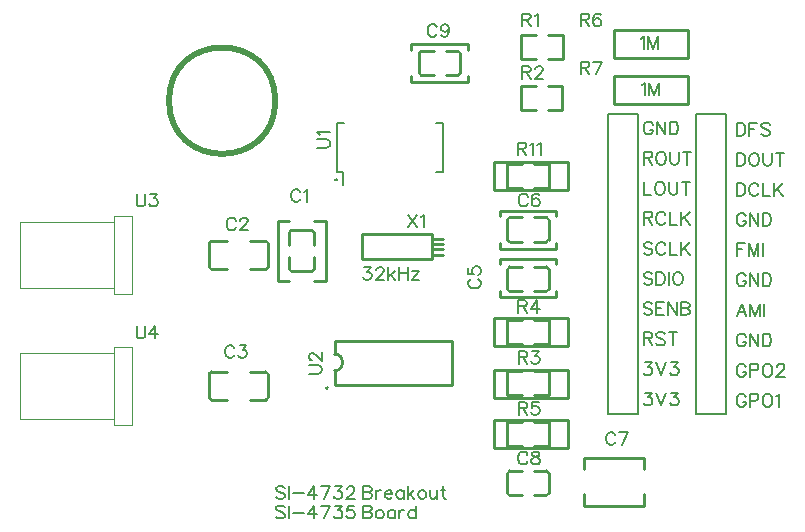
<source format=gto>
G04 Layer: TopSilkLayer*
G04 EasyEDA v6.4.5, 2020-09-10T22:57:59+08:00*
G04 36a55f9fcc144517bb6f4fc5ac697fe8,26442c311dbe4305b3cc573dcfb82818,10*
G04 Gerber Generator version 0.2*
G04 Scale: 100 percent, Rotated: No, Reflected: No *
G04 Dimensions in millimeters *
G04 leading zeros omitted , absolute positions ,3 integer and 3 decimal *
%FSLAX33Y33*%
%MOMM*%
G90*
G71D02*

%ADD10C,0.254000*%
%ADD12C,0.499999*%
%ADD28C,0.203200*%
%ADD29C,0.202999*%
%ADD30C,0.099060*%
%ADD31C,0.149987*%
%ADD32C,0.152400*%

%LPD*%
G54D10*
G01X35043Y30857D02*
G01X36294Y30857D01*
G01X35043Y32896D02*
G01X36294Y32896D01*
G01X34044Y30857D02*
G01X32793Y30857D01*
G01X34044Y32896D02*
G01X32793Y32896D01*
G01X36294Y30857D02*
G01X36294Y32896D01*
G01X32793Y30857D02*
G01X32793Y32896D01*
G01X26440Y26958D02*
G01X26440Y24858D01*
G01X26440Y26958D02*
G01X20440Y26958D01*
G01X26440Y24858D02*
G01X20440Y24858D01*
G01X20440Y26958D02*
G01X20440Y24858D01*
G01X26440Y26534D02*
G01X27321Y26534D01*
G01X26440Y26134D02*
G01X27371Y26134D01*
G01X26440Y25678D02*
G01X27369Y25678D01*
G01X26440Y25175D02*
G01X27353Y25175D01*
G01X31647Y33076D02*
G01X37948Y33076D01*
G01X37948Y33076D02*
G01X37948Y30677D01*
G01X37948Y30677D02*
G01X31647Y30677D01*
G01X31647Y30677D02*
G01X31647Y33076D01*
G01X36214Y41789D02*
G01X37465Y41789D01*
G01X36214Y43829D02*
G01X37465Y43829D01*
G01X35214Y41789D02*
G01X33964Y41789D01*
G01X35214Y43829D02*
G01X33964Y43829D01*
G01X37465Y41789D02*
G01X37465Y43829D01*
G01X33964Y41789D02*
G01X33964Y43829D01*
G01X36186Y37461D02*
G01X37437Y37461D01*
G01X36186Y39500D02*
G01X37437Y39500D01*
G01X35187Y37461D02*
G01X33936Y37461D01*
G01X35187Y39500D02*
G01X33936Y39500D01*
G01X37437Y37461D02*
G01X37437Y39500D01*
G01X33936Y37461D02*
G01X33936Y39500D01*
G01X34044Y19688D02*
G01X32793Y19688D01*
G01X34044Y17649D02*
G01X32793Y17649D01*
G01X35043Y19688D02*
G01X36294Y19688D01*
G01X35043Y17649D02*
G01X36294Y17649D01*
G01X32793Y19688D02*
G01X32793Y17649D01*
G01X36294Y19688D02*
G01X36294Y17649D01*
G01X34044Y15370D02*
G01X32793Y15370D01*
G01X34044Y13331D02*
G01X32793Y13331D01*
G01X35043Y15370D02*
G01X36294Y15370D01*
G01X35043Y13331D02*
G01X36294Y13331D01*
G01X32793Y15370D02*
G01X32793Y13331D01*
G01X36294Y15370D02*
G01X36294Y13331D01*
G01X34044Y11052D02*
G01X32793Y11052D01*
G01X34044Y9013D02*
G01X32793Y9013D01*
G01X35043Y11052D02*
G01X36294Y11052D01*
G01X35043Y9013D02*
G01X36294Y9013D01*
G01X32793Y11052D02*
G01X32793Y9013D01*
G01X36294Y11052D02*
G01X36294Y9013D01*
G01X13335Y22987D02*
G01X13335Y28067D01*
G01X17399Y22987D02*
G01X17399Y28067D01*
G01X13335Y22987D02*
G01X14335Y22987D01*
G01X16398Y22987D02*
G01X17399Y22987D01*
G01X13335Y28067D02*
G01X14335Y28067D01*
G01X16398Y28067D02*
G01X17399Y28067D01*
G01X36294Y6642D02*
G01X36294Y5042D01*
G01X32793Y6642D02*
G01X32793Y5041D01*
G01X35043Y4801D02*
G01X36093Y4801D01*
G01X35043Y6882D02*
G01X36093Y6882D01*
G01X34044Y4801D02*
G01X32994Y4801D01*
G01X34044Y6882D02*
G01X32994Y6882D01*
G01X32793Y6661D02*
G01X32793Y6642D01*
G01X32793Y6681D02*
G01X32793Y6642D01*
G01X32793Y5002D02*
G01X32793Y5041D01*
G01X36294Y6681D02*
G01X36294Y6642D01*
G01X36294Y5002D02*
G01X36294Y5042D01*
G01X25300Y40601D02*
G01X25300Y42201D01*
G01X28801Y40601D02*
G01X28801Y42202D01*
G01X26551Y42442D02*
G01X25501Y42442D01*
G01X26551Y40361D02*
G01X25501Y40361D01*
G01X27550Y42442D02*
G01X28600Y42442D01*
G01X27550Y40361D02*
G01X28600Y40361D01*
G01X28801Y40582D02*
G01X28801Y40601D01*
G01X28801Y40562D02*
G01X28801Y40601D01*
G01X28801Y42241D02*
G01X28801Y42202D01*
G01X25300Y40562D02*
G01X25300Y40601D01*
G01X25300Y42241D02*
G01X25300Y42201D01*
G01X7532Y24146D02*
G01X7532Y26145D01*
G01X11032Y23946D02*
G01X12232Y23946D01*
G01X11032Y26345D02*
G01X12232Y26345D01*
G01X9032Y23946D02*
G01X7833Y23946D01*
G01X9032Y26345D02*
G01X7833Y26345D01*
G01X12532Y24146D02*
G01X12532Y26145D01*
G01X12332Y23946D02*
G01X12232Y23946D01*
G01X12332Y26345D02*
G01X12232Y26345D01*
G01X7732Y23946D02*
G01X7833Y23946D01*
G01X7732Y26345D02*
G01X7833Y26345D01*
G01X7532Y13097D02*
G01X7532Y15096D01*
G01X11032Y12897D02*
G01X12232Y12897D01*
G01X11032Y15296D02*
G01X12232Y15296D01*
G01X9032Y12897D02*
G01X7833Y12897D01*
G01X9032Y15296D02*
G01X7833Y15296D01*
G01X12532Y13097D02*
G01X12532Y15096D01*
G01X12332Y12897D02*
G01X12232Y12897D01*
G01X12332Y15296D02*
G01X12232Y15296D01*
G01X7732Y12897D02*
G01X7833Y12897D01*
G01X7732Y15296D02*
G01X7833Y15296D01*
G54D28*
G01X41275Y13589D02*
G01X41275Y11684D01*
G01X43815Y11684D01*
G01X43815Y37084D01*
G01X41275Y37084D01*
G54D29*
G01X41275Y37084D02*
G01X41275Y13589D01*
G54D28*
G01X48768Y13589D02*
G01X48768Y11684D01*
G01X51308Y11684D01*
G01X51308Y37084D01*
G01X48768Y37084D01*
G54D29*
G01X48768Y37084D02*
G01X48768Y13589D01*
G54D10*
G01X28064Y14152D02*
G01X28064Y17852D01*
G01X28064Y17852D02*
G01X18163Y17852D01*
G01X18163Y16764D01*
G01X18161Y15367D02*
G01X18161Y14152D01*
G01X18163Y14152D01*
G01X28064Y14152D01*
G54D30*
G01X-8498Y22346D02*
G01X-497Y22346D01*
G01X-497Y21846D02*
G01X1000Y21846D01*
G01X-8498Y27945D02*
G01X-497Y27945D01*
G01X-497Y28445D02*
G01X1000Y28445D01*
G01X1000Y21846D02*
G01X1000Y28445D01*
G01X-8498Y22346D02*
G01X-8498Y27945D01*
G01X-497Y21846D02*
G01X-497Y28445D01*
G01X-8498Y11297D02*
G01X-497Y11297D01*
G01X-497Y10797D02*
G01X1000Y10797D01*
G01X-8498Y16896D02*
G01X-497Y16896D01*
G01X-497Y17396D02*
G01X1000Y17396D01*
G01X1000Y10797D02*
G01X1000Y17396D01*
G01X-8498Y11297D02*
G01X-8498Y16896D01*
G01X-497Y10797D02*
G01X-497Y17396D01*
G54D10*
G01X39243Y8001D02*
G01X44323Y8001D01*
G01X39243Y3937D02*
G01X44323Y3937D01*
G01X39243Y8001D02*
G01X39243Y7000D01*
G01X39243Y4937D02*
G01X39243Y3937D01*
G01X44323Y8001D02*
G01X44323Y7000D01*
G01X44323Y4937D02*
G01X44323Y3937D01*
G01X16167Y23776D02*
G01X14567Y23776D01*
G01X16167Y27277D02*
G01X14566Y27277D01*
G01X14326Y25027D02*
G01X14326Y23977D01*
G01X16407Y25027D02*
G01X16407Y23977D01*
G01X14326Y26026D02*
G01X14326Y27076D01*
G01X16407Y26026D02*
G01X16407Y27076D01*
G01X16186Y27277D02*
G01X16167Y27277D01*
G01X16206Y27277D02*
G01X16167Y27277D01*
G01X14527Y27277D02*
G01X14566Y27277D01*
G01X16206Y23776D02*
G01X16167Y23776D01*
G01X14527Y23776D02*
G01X14567Y23776D01*
G01X32793Y22313D02*
G01X32793Y23913D01*
G01X36294Y22313D02*
G01X36294Y23914D01*
G01X34044Y24154D02*
G01X32994Y24154D01*
G01X34044Y22073D02*
G01X32994Y22073D01*
G01X35043Y24154D02*
G01X36093Y24154D01*
G01X35043Y22073D02*
G01X36093Y22073D01*
G01X36294Y22294D02*
G01X36294Y22313D01*
G01X36294Y22274D02*
G01X36294Y22313D01*
G01X36294Y23953D02*
G01X36294Y23914D01*
G01X32793Y22274D02*
G01X32793Y22313D01*
G01X32793Y23953D02*
G01X32793Y23913D01*
G01X32793Y26504D02*
G01X32793Y28104D01*
G01X36294Y26504D02*
G01X36294Y28105D01*
G01X34044Y28345D02*
G01X32994Y28345D01*
G01X34044Y26264D02*
G01X32994Y26264D01*
G01X35043Y28345D02*
G01X36093Y28345D01*
G01X35043Y26264D02*
G01X36093Y26264D01*
G01X36294Y26485D02*
G01X36294Y26504D01*
G01X36294Y26465D02*
G01X36294Y26504D01*
G01X36294Y28144D02*
G01X36294Y28105D01*
G01X32793Y26465D02*
G01X32793Y26504D01*
G01X32793Y28144D02*
G01X32793Y28104D01*
G54D31*
G01X18943Y36366D02*
G01X18384Y36366D01*
G01X18384Y32215D01*
G01X18859Y32215D01*
G01X18859Y31090D01*
G01X26776Y32215D02*
G01X27335Y32215D01*
G01X27335Y36366D01*
G01X26776Y36366D01*
G54D10*
G01X32144Y28905D02*
G01X36943Y28905D01*
G01X36943Y25704D02*
G01X32144Y25704D01*
G01X32144Y25704D02*
G01X32144Y26182D01*
G01X32144Y28427D02*
G01X32144Y28905D01*
G01X36943Y28905D02*
G01X36943Y28427D01*
G01X36943Y26182D02*
G01X36943Y25704D01*
G01X32144Y24841D02*
G01X36943Y24841D01*
G01X36943Y21640D02*
G01X32144Y21640D01*
G01X32144Y21640D02*
G01X32144Y22118D01*
G01X32144Y24363D02*
G01X32144Y24841D01*
G01X36943Y24841D02*
G01X36943Y24363D01*
G01X36943Y22118D02*
G01X36943Y21640D01*
G01X29450Y39801D02*
G01X24651Y39801D01*
G01X24651Y43002D02*
G01X29450Y43002D01*
G01X29450Y43002D02*
G01X29450Y42524D01*
G01X29450Y40279D02*
G01X29450Y39801D01*
G01X24651Y39801D02*
G01X24651Y40279D01*
G01X24651Y42524D02*
G01X24651Y43002D01*
G01X41807Y44252D02*
G01X48108Y44252D01*
G01X48108Y44252D02*
G01X48108Y41853D01*
G01X48108Y41853D02*
G01X41807Y41853D01*
G01X41807Y41853D02*
G01X41807Y44252D01*
G01X41807Y40315D02*
G01X48108Y40315D01*
G01X48108Y40315D02*
G01X48108Y37916D01*
G01X48108Y37916D02*
G01X41807Y37916D01*
G01X41807Y37916D02*
G01X41807Y40315D01*
G01X37948Y17469D02*
G01X31647Y17469D01*
G01X31647Y17469D02*
G01X31647Y19868D01*
G01X31647Y19868D02*
G01X37948Y19868D01*
G01X37948Y19868D02*
G01X37948Y17469D01*
G01X37948Y13024D02*
G01X31647Y13024D01*
G01X31647Y13024D02*
G01X31647Y15423D01*
G01X31647Y15423D02*
G01X37948Y15423D01*
G01X37948Y15423D02*
G01X37948Y13024D01*
G01X37948Y8833D02*
G01X31647Y8833D01*
G01X31647Y8833D02*
G01X31647Y11232D01*
G01X31647Y11232D02*
G01X37948Y11232D01*
G01X37948Y11232D02*
G01X37948Y8833D01*
G54D32*
G01X44069Y43489D02*
G01X44173Y43543D01*
G01X44328Y43698D01*
G01X44328Y42608D01*
G01X44670Y43698D02*
G01X44670Y42608D01*
G01X44670Y43698D02*
G01X45087Y42608D01*
G01X45504Y43698D02*
G01X45087Y42608D01*
G01X45504Y43698D02*
G01X45504Y42608D01*
G01X44196Y39552D02*
G01X44300Y39606D01*
G01X44455Y39761D01*
G01X44455Y38671D01*
G01X44797Y39761D02*
G01X44797Y38671D01*
G01X44797Y39761D02*
G01X45214Y38671D01*
G01X45631Y39761D02*
G01X45214Y38671D01*
G01X45631Y39761D02*
G01X45631Y38671D01*
G01X52196Y36350D02*
G01X52196Y35261D01*
G01X52196Y36350D02*
G01X52560Y36350D01*
G01X52717Y36300D01*
G01X52819Y36196D01*
G01X52872Y36091D01*
G01X52923Y35934D01*
G01X52923Y35675D01*
G01X52872Y35520D01*
G01X52819Y35416D01*
G01X52717Y35312D01*
G01X52560Y35261D01*
G01X52196Y35261D01*
G01X53266Y36350D02*
G01X53266Y35261D01*
G01X53266Y36350D02*
G01X53941Y36350D01*
G01X53266Y35832D02*
G01X53682Y35832D01*
G01X55013Y36196D02*
G01X54909Y36300D01*
G01X54752Y36350D01*
G01X54546Y36350D01*
G01X54388Y36300D01*
G01X54284Y36196D01*
G01X54284Y36091D01*
G01X54338Y35987D01*
G01X54388Y35934D01*
G01X54493Y35883D01*
G01X54805Y35779D01*
G01X54909Y35728D01*
G01X54960Y35675D01*
G01X55013Y35571D01*
G01X55013Y35416D01*
G01X54909Y35312D01*
G01X54752Y35261D01*
G01X54546Y35261D01*
G01X54388Y35312D01*
G01X54284Y35416D01*
G01X52196Y33801D02*
G01X52196Y32711D01*
G01X52196Y33801D02*
G01X52560Y33801D01*
G01X52717Y33750D01*
G01X52819Y33646D01*
G01X52872Y33542D01*
G01X52923Y33385D01*
G01X52923Y33125D01*
G01X52872Y32971D01*
G01X52819Y32866D01*
G01X52717Y32762D01*
G01X52560Y32711D01*
G01X52196Y32711D01*
G01X53578Y33801D02*
G01X53474Y33750D01*
G01X53370Y33646D01*
G01X53319Y33542D01*
G01X53266Y33385D01*
G01X53266Y33125D01*
G01X53319Y32971D01*
G01X53370Y32866D01*
G01X53474Y32762D01*
G01X53578Y32711D01*
G01X53787Y32711D01*
G01X53891Y32762D01*
G01X53995Y32866D01*
G01X54046Y32971D01*
G01X54099Y33125D01*
G01X54099Y33385D01*
G01X54046Y33542D01*
G01X53995Y33646D01*
G01X53891Y33750D01*
G01X53787Y33801D01*
G01X53578Y33801D01*
G01X54442Y33801D02*
G01X54442Y33021D01*
G01X54493Y32866D01*
G01X54597Y32762D01*
G01X54752Y32711D01*
G01X54856Y32711D01*
G01X55013Y32762D01*
G01X55117Y32866D01*
G01X55168Y33021D01*
G01X55168Y33801D01*
G01X55874Y33801D02*
G01X55874Y32711D01*
G01X55511Y33801D02*
G01X56238Y33801D01*
G01X52197Y31252D02*
G01X52197Y30162D01*
G01X52197Y31252D02*
G01X52560Y31252D01*
G01X52717Y31201D01*
G01X52819Y31097D01*
G01X52872Y30993D01*
G01X52923Y30835D01*
G01X52923Y30576D01*
G01X52872Y30421D01*
G01X52819Y30317D01*
G01X52717Y30213D01*
G01X52560Y30162D01*
G01X52197Y30162D01*
G01X54046Y30993D02*
G01X53995Y31097D01*
G01X53891Y31201D01*
G01X53787Y31252D01*
G01X53578Y31252D01*
G01X53474Y31201D01*
G01X53370Y31097D01*
G01X53319Y30993D01*
G01X53266Y30835D01*
G01X53266Y30576D01*
G01X53319Y30421D01*
G01X53370Y30317D01*
G01X53474Y30213D01*
G01X53578Y30162D01*
G01X53787Y30162D01*
G01X53891Y30213D01*
G01X53995Y30317D01*
G01X54046Y30421D01*
G01X54389Y31252D02*
G01X54389Y30162D01*
G01X54389Y30162D02*
G01X55013Y30162D01*
G01X55356Y31252D02*
G01X55356Y30162D01*
G01X56083Y31252D02*
G01X55356Y30525D01*
G01X55615Y30784D02*
G01X56083Y30162D01*
G01X52976Y28443D02*
G01X52923Y28547D01*
G01X52819Y28651D01*
G01X52717Y28702D01*
G01X52509Y28702D01*
G01X52405Y28651D01*
G01X52301Y28547D01*
G01X52247Y28443D01*
G01X52197Y28286D01*
G01X52197Y28027D01*
G01X52247Y27872D01*
G01X52301Y27768D01*
G01X52405Y27663D01*
G01X52509Y27613D01*
G01X52717Y27613D01*
G01X52819Y27663D01*
G01X52923Y27768D01*
G01X52976Y27872D01*
G01X52976Y28027D01*
G01X52717Y28027D02*
G01X52976Y28027D01*
G01X53319Y28702D02*
G01X53319Y27613D01*
G01X53319Y28702D02*
G01X54046Y27613D01*
G01X54046Y28702D02*
G01X54046Y27613D01*
G01X54389Y28702D02*
G01X54389Y27613D01*
G01X54389Y28702D02*
G01X54752Y28702D01*
G01X54909Y28651D01*
G01X55013Y28547D01*
G01X55064Y28443D01*
G01X55118Y28286D01*
G01X55118Y28027D01*
G01X55064Y27872D01*
G01X55013Y27768D01*
G01X54909Y27663D01*
G01X54752Y27613D01*
G01X54389Y27613D01*
G01X52197Y26153D02*
G01X52197Y25063D01*
G01X52197Y26153D02*
G01X52872Y26153D01*
G01X52197Y25635D02*
G01X52613Y25635D01*
G01X53215Y26153D02*
G01X53215Y25063D01*
G01X53215Y26153D02*
G01X53632Y25063D01*
G01X54046Y26153D02*
G01X53632Y25063D01*
G01X54046Y26153D02*
G01X54046Y25063D01*
G01X54389Y26153D02*
G01X54389Y25063D01*
G01X52976Y23344D02*
G01X52923Y23449D01*
G01X52819Y23553D01*
G01X52717Y23603D01*
G01X52509Y23603D01*
G01X52405Y23553D01*
G01X52301Y23449D01*
G01X52247Y23344D01*
G01X52197Y23187D01*
G01X52197Y22928D01*
G01X52247Y22773D01*
G01X52301Y22669D01*
G01X52405Y22565D01*
G01X52509Y22514D01*
G01X52717Y22514D01*
G01X52819Y22565D01*
G01X52923Y22669D01*
G01X52976Y22773D01*
G01X52976Y22928D01*
G01X52717Y22928D02*
G01X52976Y22928D01*
G01X53319Y23603D02*
G01X53319Y22514D01*
G01X53319Y23603D02*
G01X54046Y22514D01*
G01X54046Y23603D02*
G01X54046Y22514D01*
G01X54389Y23603D02*
G01X54389Y22514D01*
G01X54389Y23603D02*
G01X54752Y23603D01*
G01X54909Y23553D01*
G01X55013Y23449D01*
G01X55064Y23344D01*
G01X55118Y23187D01*
G01X55118Y22928D01*
G01X55064Y22773D01*
G01X55013Y22669D01*
G01X54909Y22565D01*
G01X54752Y22514D01*
G01X54389Y22514D01*
G01X52613Y21054D02*
G01X52197Y19964D01*
G01X52613Y21054D02*
G01X53027Y19964D01*
G01X52351Y20328D02*
G01X52872Y20328D01*
G01X53370Y21054D02*
G01X53370Y19964D01*
G01X53370Y21054D02*
G01X53787Y19964D01*
G01X54203Y21054D02*
G01X53787Y19964D01*
G01X54203Y21054D02*
G01X54203Y19964D01*
G01X54546Y21054D02*
G01X54546Y19964D01*
G01X52976Y18246D02*
G01X52923Y18350D01*
G01X52819Y18454D01*
G01X52717Y18505D01*
G01X52509Y18505D01*
G01X52405Y18454D01*
G01X52301Y18350D01*
G01X52247Y18246D01*
G01X52197Y18088D01*
G01X52197Y17829D01*
G01X52247Y17674D01*
G01X52301Y17570D01*
G01X52405Y17466D01*
G01X52509Y17415D01*
G01X52717Y17415D01*
G01X52819Y17466D01*
G01X52923Y17570D01*
G01X52976Y17674D01*
G01X52976Y17829D01*
G01X52717Y17829D02*
G01X52976Y17829D01*
G01X53319Y18505D02*
G01X53319Y17415D01*
G01X53319Y18505D02*
G01X54046Y17415D01*
G01X54046Y18505D02*
G01X54046Y17415D01*
G01X54389Y18505D02*
G01X54389Y17415D01*
G01X54389Y18505D02*
G01X54752Y18505D01*
G01X54909Y18454D01*
G01X55013Y18350D01*
G01X55064Y18246D01*
G01X55118Y18088D01*
G01X55118Y17829D01*
G01X55064Y17674D01*
G01X55013Y17570D01*
G01X54909Y17466D01*
G01X54752Y17415D01*
G01X54389Y17415D01*
G01X52976Y15696D02*
G01X52923Y15800D01*
G01X52819Y15904D01*
G01X52717Y15955D01*
G01X52509Y15955D01*
G01X52405Y15904D01*
G01X52301Y15800D01*
G01X52247Y15696D01*
G01X52196Y15539D01*
G01X52196Y15280D01*
G01X52247Y15125D01*
G01X52301Y15021D01*
G01X52405Y14916D01*
G01X52509Y14866D01*
G01X52717Y14866D01*
G01X52819Y14916D01*
G01X52923Y15021D01*
G01X52976Y15125D01*
G01X52976Y15280D01*
G01X52717Y15280D02*
G01X52976Y15280D01*
G01X53319Y15955D02*
G01X53319Y14866D01*
G01X53319Y15955D02*
G01X53787Y15955D01*
G01X53941Y15904D01*
G01X53995Y15851D01*
G01X54046Y15747D01*
G01X54046Y15592D01*
G01X53995Y15488D01*
G01X53941Y15437D01*
G01X53787Y15384D01*
G01X53319Y15384D01*
G01X54701Y15955D02*
G01X54597Y15904D01*
G01X54493Y15800D01*
G01X54442Y15696D01*
G01X54388Y15539D01*
G01X54388Y15280D01*
G01X54442Y15125D01*
G01X54493Y15021D01*
G01X54597Y14916D01*
G01X54701Y14866D01*
G01X54909Y14866D01*
G01X55013Y14916D01*
G01X55117Y15021D01*
G01X55168Y15125D01*
G01X55219Y15280D01*
G01X55219Y15539D01*
G01X55168Y15696D01*
G01X55117Y15800D01*
G01X55013Y15904D01*
G01X54909Y15955D01*
G01X54701Y15955D01*
G01X55615Y15696D02*
G01X55615Y15747D01*
G01X55666Y15851D01*
G01X55719Y15904D01*
G01X55824Y15955D01*
G01X56032Y15955D01*
G01X56133Y15904D01*
G01X56187Y15851D01*
G01X56238Y15747D01*
G01X56238Y15643D01*
G01X56187Y15539D01*
G01X56083Y15384D01*
G01X55562Y14866D01*
G01X56291Y14866D01*
G01X52976Y13147D02*
G01X52923Y13251D01*
G01X52819Y13355D01*
G01X52717Y13406D01*
G01X52509Y13406D01*
G01X52405Y13355D01*
G01X52301Y13251D01*
G01X52247Y13147D01*
G01X52197Y12989D01*
G01X52197Y12730D01*
G01X52247Y12575D01*
G01X52301Y12471D01*
G01X52405Y12367D01*
G01X52509Y12316D01*
G01X52717Y12316D01*
G01X52819Y12367D01*
G01X52923Y12471D01*
G01X52976Y12575D01*
G01X52976Y12730D01*
G01X52717Y12730D02*
G01X52976Y12730D01*
G01X53319Y13406D02*
G01X53319Y12316D01*
G01X53319Y13406D02*
G01X53787Y13406D01*
G01X53941Y13355D01*
G01X53995Y13302D01*
G01X54046Y13198D01*
G01X54046Y13043D01*
G01X53995Y12938D01*
G01X53941Y12888D01*
G01X53787Y12834D01*
G01X53319Y12834D01*
G01X54701Y13406D02*
G01X54597Y13355D01*
G01X54493Y13251D01*
G01X54442Y13147D01*
G01X54389Y12989D01*
G01X54389Y12730D01*
G01X54442Y12575D01*
G01X54493Y12471D01*
G01X54597Y12367D01*
G01X54701Y12316D01*
G01X54909Y12316D01*
G01X55013Y12367D01*
G01X55118Y12471D01*
G01X55168Y12575D01*
G01X55219Y12730D01*
G01X55219Y12989D01*
G01X55168Y13147D01*
G01X55118Y13251D01*
G01X55013Y13355D01*
G01X54909Y13406D01*
G01X54701Y13406D01*
G01X55562Y13198D02*
G01X55666Y13251D01*
G01X55824Y13406D01*
G01X55824Y12316D01*
G01X45102Y36200D02*
G01X45049Y36304D01*
G01X44945Y36408D01*
G01X44843Y36459D01*
G01X44635Y36459D01*
G01X44531Y36408D01*
G01X44427Y36304D01*
G01X44373Y36200D01*
G01X44323Y36042D01*
G01X44323Y35783D01*
G01X44373Y35628D01*
G01X44427Y35524D01*
G01X44531Y35420D01*
G01X44635Y35369D01*
G01X44843Y35369D01*
G01X44945Y35420D01*
G01X45049Y35524D01*
G01X45102Y35628D01*
G01X45102Y35783D01*
G01X44843Y35783D02*
G01X45102Y35783D01*
G01X45445Y36459D02*
G01X45445Y35369D01*
G01X45445Y36459D02*
G01X46172Y35369D01*
G01X46172Y36459D02*
G01X46172Y35369D01*
G01X46515Y36459D02*
G01X46515Y35369D01*
G01X46515Y36459D02*
G01X46878Y36459D01*
G01X47035Y36408D01*
G01X47139Y36304D01*
G01X47190Y36200D01*
G01X47244Y36042D01*
G01X47244Y35783D01*
G01X47190Y35628D01*
G01X47139Y35524D01*
G01X47035Y35420D01*
G01X46878Y35369D01*
G01X46515Y35369D01*
G01X44323Y33909D02*
G01X44323Y32819D01*
G01X44323Y33909D02*
G01X44790Y33909D01*
G01X44945Y33858D01*
G01X44998Y33804D01*
G01X45049Y33703D01*
G01X45049Y33599D01*
G01X44998Y33494D01*
G01X44945Y33441D01*
G01X44790Y33390D01*
G01X44323Y33390D01*
G01X44686Y33390D02*
G01X45049Y32819D01*
G01X45704Y33909D02*
G01X45600Y33858D01*
G01X45496Y33754D01*
G01X45445Y33649D01*
G01X45392Y33494D01*
G01X45392Y33233D01*
G01X45445Y33078D01*
G01X45496Y32974D01*
G01X45600Y32870D01*
G01X45704Y32819D01*
G01X45913Y32819D01*
G01X46017Y32870D01*
G01X46121Y32974D01*
G01X46172Y33078D01*
G01X46225Y33233D01*
G01X46225Y33494D01*
G01X46172Y33649D01*
G01X46121Y33754D01*
G01X46017Y33858D01*
G01X45913Y33909D01*
G01X45704Y33909D01*
G01X46568Y33909D02*
G01X46568Y33131D01*
G01X46619Y32974D01*
G01X46723Y32870D01*
G01X46878Y32819D01*
G01X46982Y32819D01*
G01X47139Y32870D01*
G01X47244Y32974D01*
G01X47294Y33131D01*
G01X47294Y33909D01*
G01X48000Y33909D02*
G01X48000Y32819D01*
G01X47637Y33909D02*
G01X48364Y33909D01*
G01X44323Y31361D02*
G01X44323Y30269D01*
G01X44323Y30269D02*
G01X44945Y30269D01*
G01X45600Y31361D02*
G01X45496Y31308D01*
G01X45392Y31203D01*
G01X45341Y31099D01*
G01X45288Y30944D01*
G01X45288Y30685D01*
G01X45341Y30528D01*
G01X45392Y30424D01*
G01X45496Y30322D01*
G01X45600Y30269D01*
G01X45808Y30269D01*
G01X45913Y30322D01*
G01X46017Y30424D01*
G01X46067Y30528D01*
G01X46121Y30685D01*
G01X46121Y30944D01*
G01X46067Y31099D01*
G01X46017Y31203D01*
G01X45913Y31308D01*
G01X45808Y31361D01*
G01X45600Y31361D01*
G01X46464Y31361D02*
G01X46464Y30581D01*
G01X46515Y30424D01*
G01X46619Y30322D01*
G01X46774Y30269D01*
G01X46878Y30269D01*
G01X47035Y30322D01*
G01X47139Y30424D01*
G01X47190Y30581D01*
G01X47190Y31361D01*
G01X47896Y31361D02*
G01X47896Y30269D01*
G01X47533Y31361D02*
G01X48260Y31361D01*
G01X44323Y28811D02*
G01X44323Y27719D01*
G01X44323Y28811D02*
G01X44790Y28811D01*
G01X44945Y28760D01*
G01X44998Y28707D01*
G01X45049Y28602D01*
G01X45049Y28498D01*
G01X44998Y28394D01*
G01X44945Y28343D01*
G01X44790Y28290D01*
G01X44323Y28290D01*
G01X44686Y28290D02*
G01X45049Y27719D01*
G01X46172Y28552D02*
G01X46121Y28656D01*
G01X46017Y28760D01*
G01X45913Y28811D01*
G01X45704Y28811D01*
G01X45600Y28760D01*
G01X45496Y28656D01*
G01X45445Y28552D01*
G01X45392Y28394D01*
G01X45392Y28135D01*
G01X45445Y27980D01*
G01X45496Y27876D01*
G01X45600Y27772D01*
G01X45704Y27719D01*
G01X45913Y27719D01*
G01X46017Y27772D01*
G01X46121Y27876D01*
G01X46172Y27980D01*
G01X46515Y28811D02*
G01X46515Y27719D01*
G01X46515Y27719D02*
G01X47139Y27719D01*
G01X47482Y28811D02*
G01X47482Y27719D01*
G01X48209Y28811D02*
G01X47482Y28084D01*
G01X47741Y28343D02*
G01X48209Y27719D01*
G01X45049Y26106D02*
G01X44945Y26210D01*
G01X44790Y26261D01*
G01X44582Y26261D01*
G01X44427Y26210D01*
G01X44323Y26106D01*
G01X44323Y26001D01*
G01X44373Y25897D01*
G01X44427Y25847D01*
G01X44531Y25793D01*
G01X44843Y25689D01*
G01X44945Y25638D01*
G01X44998Y25585D01*
G01X45049Y25481D01*
G01X45049Y25326D01*
G01X44945Y25222D01*
G01X44790Y25171D01*
G01X44582Y25171D01*
G01X44427Y25222D01*
G01X44323Y25326D01*
G01X46172Y26001D02*
G01X46121Y26106D01*
G01X46017Y26210D01*
G01X45913Y26261D01*
G01X45704Y26261D01*
G01X45600Y26210D01*
G01X45496Y26106D01*
G01X45445Y26001D01*
G01X45392Y25847D01*
G01X45392Y25585D01*
G01X45445Y25430D01*
G01X45496Y25326D01*
G01X45600Y25222D01*
G01X45704Y25171D01*
G01X45913Y25171D01*
G01X46017Y25222D01*
G01X46121Y25326D01*
G01X46172Y25430D01*
G01X46515Y26261D02*
G01X46515Y25171D01*
G01X46515Y25171D02*
G01X47139Y25171D01*
G01X47482Y26261D02*
G01X47482Y25171D01*
G01X48209Y26261D02*
G01X47482Y25534D01*
G01X47741Y25793D02*
G01X48209Y25171D01*
G01X45049Y23555D02*
G01X44945Y23660D01*
G01X44790Y23713D01*
G01X44582Y23713D01*
G01X44427Y23660D01*
G01X44323Y23555D01*
G01X44323Y23451D01*
G01X44373Y23347D01*
G01X44427Y23296D01*
G01X44531Y23243D01*
G01X44843Y23141D01*
G01X44945Y23088D01*
G01X44998Y23037D01*
G01X45049Y22933D01*
G01X45049Y22776D01*
G01X44945Y22672D01*
G01X44790Y22621D01*
G01X44582Y22621D01*
G01X44427Y22672D01*
G01X44323Y22776D01*
G01X45392Y23713D02*
G01X45392Y22621D01*
G01X45392Y23713D02*
G01X45758Y23713D01*
G01X45913Y23660D01*
G01X46017Y23555D01*
G01X46067Y23451D01*
G01X46121Y23296D01*
G01X46121Y23037D01*
G01X46067Y22880D01*
G01X46017Y22776D01*
G01X45913Y22672D01*
G01X45758Y22621D01*
G01X45392Y22621D01*
G01X46464Y23713D02*
G01X46464Y22621D01*
G01X47117Y23713D02*
G01X47015Y23660D01*
G01X46911Y23555D01*
G01X46857Y23451D01*
G01X46807Y23296D01*
G01X46807Y23037D01*
G01X46857Y22880D01*
G01X46911Y22776D01*
G01X47015Y22672D01*
G01X47117Y22621D01*
G01X47325Y22621D01*
G01X47429Y22672D01*
G01X47533Y22776D01*
G01X47586Y22880D01*
G01X47637Y23037D01*
G01X47637Y23296D01*
G01X47586Y23451D01*
G01X47533Y23555D01*
G01X47429Y23660D01*
G01X47325Y23713D01*
G01X47117Y23713D01*
G01X45049Y21008D02*
G01X44945Y21109D01*
G01X44790Y21163D01*
G01X44582Y21163D01*
G01X44427Y21109D01*
G01X44323Y21008D01*
G01X44323Y20904D01*
G01X44373Y20800D01*
G01X44427Y20746D01*
G01X44531Y20695D01*
G01X44843Y20591D01*
G01X44945Y20538D01*
G01X44998Y20487D01*
G01X45049Y20383D01*
G01X45049Y20228D01*
G01X44945Y20124D01*
G01X44790Y20071D01*
G01X44582Y20071D01*
G01X44427Y20124D01*
G01X44323Y20228D01*
G01X45392Y21163D02*
G01X45392Y20071D01*
G01X45392Y21163D02*
G01X46067Y21163D01*
G01X45392Y20642D02*
G01X45808Y20642D01*
G01X45392Y20071D02*
G01X46067Y20071D01*
G01X46410Y21163D02*
G01X46410Y20071D01*
G01X46410Y21163D02*
G01X47139Y20071D01*
G01X47139Y21163D02*
G01X47139Y20071D01*
G01X47482Y21163D02*
G01X47482Y20071D01*
G01X47482Y21163D02*
G01X47950Y21163D01*
G01X48105Y21109D01*
G01X48158Y21059D01*
G01X48209Y20955D01*
G01X48209Y20850D01*
G01X48158Y20746D01*
G01X48105Y20695D01*
G01X47950Y20642D01*
G01X47482Y20642D02*
G01X47950Y20642D01*
G01X48105Y20591D01*
G01X48158Y20538D01*
G01X48209Y20436D01*
G01X48209Y20279D01*
G01X48158Y20175D01*
G01X48105Y20124D01*
G01X47950Y20071D01*
G01X47482Y20071D01*
G01X44323Y18613D02*
G01X44323Y17523D01*
G01X44323Y18613D02*
G01X44790Y18613D01*
G01X44945Y18562D01*
G01X44998Y18508D01*
G01X45049Y18404D01*
G01X45049Y18300D01*
G01X44998Y18199D01*
G01X44945Y18145D01*
G01X44790Y18094D01*
G01X44323Y18094D01*
G01X44686Y18094D02*
G01X45049Y17523D01*
G01X46121Y18458D02*
G01X46017Y18562D01*
G01X45859Y18613D01*
G01X45653Y18613D01*
G01X45496Y18562D01*
G01X45392Y18458D01*
G01X45392Y18354D01*
G01X45445Y18249D01*
G01X45496Y18199D01*
G01X45600Y18145D01*
G01X45913Y18041D01*
G01X46017Y17990D01*
G01X46067Y17937D01*
G01X46121Y17833D01*
G01X46121Y17678D01*
G01X46017Y17574D01*
G01X45859Y17523D01*
G01X45653Y17523D01*
G01X45496Y17574D01*
G01X45392Y17678D01*
G01X46827Y18613D02*
G01X46827Y17523D01*
G01X46464Y18613D02*
G01X47190Y18613D01*
G01X44427Y16062D02*
G01X44998Y16062D01*
G01X44686Y15648D01*
G01X44843Y15648D01*
G01X44945Y15595D01*
G01X44998Y15544D01*
G01X45049Y15389D01*
G01X45049Y15285D01*
G01X44998Y15128D01*
G01X44894Y15024D01*
G01X44739Y14973D01*
G01X44582Y14973D01*
G01X44427Y15024D01*
G01X44373Y15077D01*
G01X44323Y15181D01*
G01X45392Y16062D02*
G01X45808Y14973D01*
G01X46225Y16062D02*
G01X45808Y14973D01*
G01X46672Y16062D02*
G01X47244Y16062D01*
G01X46931Y15648D01*
G01X47086Y15648D01*
G01X47190Y15595D01*
G01X47244Y15544D01*
G01X47294Y15389D01*
G01X47294Y15285D01*
G01X47244Y15128D01*
G01X47139Y15024D01*
G01X46982Y14973D01*
G01X46827Y14973D01*
G01X46672Y15024D01*
G01X46619Y15077D01*
G01X46568Y15181D01*
G01X44427Y13515D02*
G01X44998Y13515D01*
G01X44686Y13098D01*
G01X44843Y13098D01*
G01X44945Y13047D01*
G01X44998Y12994D01*
G01X45049Y12839D01*
G01X45049Y12735D01*
G01X44998Y12580D01*
G01X44894Y12476D01*
G01X44739Y12423D01*
G01X44582Y12423D01*
G01X44427Y12476D01*
G01X44373Y12527D01*
G01X44323Y12631D01*
G01X45392Y13515D02*
G01X45808Y12423D01*
G01X46225Y13515D02*
G01X45808Y12423D01*
G01X46672Y13515D02*
G01X47244Y13515D01*
G01X46931Y13098D01*
G01X47086Y13098D01*
G01X47190Y13047D01*
G01X47244Y12994D01*
G01X47294Y12839D01*
G01X47294Y12735D01*
G01X47244Y12580D01*
G01X47139Y12476D01*
G01X46982Y12423D01*
G01X46827Y12423D01*
G01X46672Y12476D01*
G01X46619Y12527D01*
G01X46568Y12631D01*
G01X20678Y24140D02*
G01X21249Y24140D01*
G01X20937Y23723D01*
G01X21094Y23723D01*
G01X21196Y23672D01*
G01X21249Y23622D01*
G01X21300Y23464D01*
G01X21300Y23360D01*
G01X21249Y23205D01*
G01X21145Y23101D01*
G01X20990Y23050D01*
G01X20833Y23050D01*
G01X20678Y23101D01*
G01X20624Y23152D01*
G01X20574Y23256D01*
G01X21696Y23881D02*
G01X21696Y23931D01*
G01X21747Y24036D01*
G01X21800Y24089D01*
G01X21904Y24140D01*
G01X22110Y24140D01*
G01X22214Y24089D01*
G01X22268Y24036D01*
G01X22318Y23931D01*
G01X22318Y23827D01*
G01X22268Y23723D01*
G01X22164Y23568D01*
G01X21643Y23050D01*
G01X22372Y23050D01*
G01X22715Y24140D02*
G01X22715Y23050D01*
G01X23233Y23776D02*
G01X22715Y23256D01*
G01X22923Y23464D02*
G01X23286Y23050D01*
G01X23629Y24140D02*
G01X23629Y23050D01*
G01X24356Y24140D02*
G01X24356Y23050D01*
G01X23629Y23622D02*
G01X24356Y23622D01*
G01X25270Y23776D02*
G01X24698Y23050D01*
G01X24698Y23776D02*
G01X25270Y23776D01*
G01X24698Y23050D02*
G01X25270Y23050D01*
G01X13934Y5443D02*
G01X13830Y5547D01*
G01X13675Y5598D01*
G01X13467Y5598D01*
G01X13312Y5547D01*
G01X13208Y5443D01*
G01X13208Y5339D01*
G01X13258Y5234D01*
G01X13312Y5181D01*
G01X13416Y5130D01*
G01X13728Y5026D01*
G01X13830Y4975D01*
G01X13883Y4922D01*
G01X13934Y4818D01*
G01X13934Y4663D01*
G01X13830Y4559D01*
G01X13675Y4508D01*
G01X13467Y4508D01*
G01X13312Y4559D01*
G01X13208Y4663D01*
G01X14277Y5598D02*
G01X14277Y4508D01*
G01X14620Y4975D02*
G01X15557Y4975D01*
G01X16418Y5598D02*
G01X15900Y4871D01*
G01X16677Y4871D01*
G01X16418Y5598D02*
G01X16418Y4508D01*
G01X17749Y5598D02*
G01X17228Y4508D01*
G01X17020Y5598D02*
G01X17749Y5598D01*
G01X18196Y5598D02*
G01X18768Y5598D01*
G01X18455Y5181D01*
G01X18610Y5181D01*
G01X18714Y5130D01*
G01X18768Y5080D01*
G01X18818Y4922D01*
G01X18818Y4818D01*
G01X18768Y4663D01*
G01X18663Y4559D01*
G01X18506Y4508D01*
G01X18351Y4508D01*
G01X18196Y4559D01*
G01X18143Y4610D01*
G01X18092Y4714D01*
G01X19215Y5339D02*
G01X19215Y5389D01*
G01X19265Y5494D01*
G01X19316Y5547D01*
G01X19420Y5598D01*
G01X19629Y5598D01*
G01X19733Y5547D01*
G01X19786Y5494D01*
G01X19837Y5389D01*
G01X19837Y5285D01*
G01X19786Y5181D01*
G01X19682Y5026D01*
G01X19161Y4508D01*
G01X19888Y4508D01*
G01X13934Y3792D02*
G01X13830Y3896D01*
G01X13675Y3947D01*
G01X13467Y3947D01*
G01X13312Y3896D01*
G01X13208Y3792D01*
G01X13208Y3688D01*
G01X13258Y3583D01*
G01X13312Y3530D01*
G01X13416Y3479D01*
G01X13728Y3375D01*
G01X13830Y3324D01*
G01X13883Y3271D01*
G01X13934Y3167D01*
G01X13934Y3012D01*
G01X13830Y2908D01*
G01X13675Y2857D01*
G01X13467Y2857D01*
G01X13312Y2908D01*
G01X13208Y3012D01*
G01X14277Y3947D02*
G01X14277Y2857D01*
G01X14620Y3324D02*
G01X15557Y3324D01*
G01X16418Y3947D02*
G01X15900Y3220D01*
G01X16677Y3220D01*
G01X16418Y3947D02*
G01X16418Y2857D01*
G01X17749Y3947D02*
G01X17228Y2857D01*
G01X17020Y3947D02*
G01X17749Y3947D01*
G01X18196Y3947D02*
G01X18768Y3947D01*
G01X18455Y3530D01*
G01X18610Y3530D01*
G01X18714Y3479D01*
G01X18768Y3429D01*
G01X18818Y3271D01*
G01X18818Y3167D01*
G01X18768Y3012D01*
G01X18663Y2908D01*
G01X18506Y2857D01*
G01X18351Y2857D01*
G01X18196Y2908D01*
G01X18143Y2959D01*
G01X18092Y3063D01*
G01X19786Y3947D02*
G01X19265Y3947D01*
G01X19215Y3479D01*
G01X19265Y3530D01*
G01X19420Y3583D01*
G01X19578Y3583D01*
G01X19733Y3530D01*
G01X19837Y3429D01*
G01X19888Y3271D01*
G01X19888Y3167D01*
G01X19837Y3012D01*
G01X19733Y2908D01*
G01X19578Y2857D01*
G01X19420Y2857D01*
G01X19265Y2908D01*
G01X19215Y2959D01*
G01X19161Y3063D01*
G01X20574Y5598D02*
G01X20574Y4508D01*
G01X20574Y5598D02*
G01X21041Y5598D01*
G01X21196Y5547D01*
G01X21249Y5494D01*
G01X21300Y5389D01*
G01X21300Y5285D01*
G01X21249Y5181D01*
G01X21196Y5130D01*
G01X21041Y5080D01*
G01X20574Y5080D02*
G01X21041Y5080D01*
G01X21196Y5026D01*
G01X21249Y4975D01*
G01X21300Y4871D01*
G01X21300Y4714D01*
G01X21249Y4610D01*
G01X21196Y4559D01*
G01X21041Y4508D01*
G01X20574Y4508D01*
G01X21643Y5234D02*
G01X21643Y4508D01*
G01X21643Y4922D02*
G01X21696Y5080D01*
G01X21800Y5181D01*
G01X21904Y5234D01*
G01X22059Y5234D01*
G01X22402Y4922D02*
G01X23025Y4922D01*
G01X23025Y5026D01*
G01X22974Y5130D01*
G01X22923Y5181D01*
G01X22819Y5234D01*
G01X22661Y5234D01*
G01X22557Y5181D01*
G01X22453Y5080D01*
G01X22402Y4922D01*
G01X22402Y4818D01*
G01X22453Y4663D01*
G01X22557Y4559D01*
G01X22661Y4508D01*
G01X22819Y4508D01*
G01X22923Y4559D01*
G01X23025Y4663D01*
G01X23992Y5234D02*
G01X23992Y4508D01*
G01X23992Y5080D02*
G01X23888Y5181D01*
G01X23784Y5234D01*
G01X23629Y5234D01*
G01X23525Y5181D01*
G01X23421Y5080D01*
G01X23368Y4922D01*
G01X23368Y4818D01*
G01X23421Y4663D01*
G01X23525Y4559D01*
G01X23629Y4508D01*
G01X23784Y4508D01*
G01X23888Y4559D01*
G01X23992Y4663D01*
G01X24335Y5598D02*
G01X24335Y4508D01*
G01X24853Y5234D02*
G01X24335Y4714D01*
G01X24544Y4922D02*
G01X24907Y4508D01*
G01X25509Y5234D02*
G01X25405Y5181D01*
G01X25300Y5080D01*
G01X25250Y4922D01*
G01X25250Y4818D01*
G01X25300Y4663D01*
G01X25405Y4559D01*
G01X25509Y4508D01*
G01X25666Y4508D01*
G01X25768Y4559D01*
G01X25872Y4663D01*
G01X25925Y4818D01*
G01X25925Y4922D01*
G01X25872Y5080D01*
G01X25768Y5181D01*
G01X25666Y5234D01*
G01X25509Y5234D01*
G01X26268Y5234D02*
G01X26268Y4714D01*
G01X26319Y4559D01*
G01X26423Y4508D01*
G01X26581Y4508D01*
G01X26682Y4559D01*
G01X26840Y4714D01*
G01X26840Y5234D02*
G01X26840Y4508D01*
G01X27338Y5598D02*
G01X27338Y4714D01*
G01X27391Y4559D01*
G01X27495Y4508D01*
G01X27597Y4508D01*
G01X27183Y5234D02*
G01X27546Y5234D01*
G01X20574Y3947D02*
G01X20574Y2857D01*
G01X20574Y3947D02*
G01X21041Y3947D01*
G01X21196Y3896D01*
G01X21249Y3843D01*
G01X21300Y3738D01*
G01X21300Y3634D01*
G01X21249Y3530D01*
G01X21196Y3479D01*
G01X21041Y3429D01*
G01X20574Y3429D02*
G01X21041Y3429D01*
G01X21196Y3375D01*
G01X21249Y3324D01*
G01X21300Y3220D01*
G01X21300Y3063D01*
G01X21249Y2959D01*
G01X21196Y2908D01*
G01X21041Y2857D01*
G01X20574Y2857D01*
G01X21904Y3583D02*
G01X21800Y3530D01*
G01X21696Y3429D01*
G01X21643Y3271D01*
G01X21643Y3167D01*
G01X21696Y3012D01*
G01X21800Y2908D01*
G01X21904Y2857D01*
G01X22059Y2857D01*
G01X22164Y2908D01*
G01X22268Y3012D01*
G01X22318Y3167D01*
G01X22318Y3271D01*
G01X22268Y3429D01*
G01X22164Y3530D01*
G01X22059Y3583D01*
G01X21904Y3583D01*
G01X23286Y3583D02*
G01X23286Y2857D01*
G01X23286Y3429D02*
G01X23182Y3530D01*
G01X23078Y3583D01*
G01X22923Y3583D01*
G01X22819Y3530D01*
G01X22715Y3429D01*
G01X22661Y3271D01*
G01X22661Y3167D01*
G01X22715Y3012D01*
G01X22819Y2908D01*
G01X22923Y2857D01*
G01X23078Y2857D01*
G01X23182Y2908D01*
G01X23286Y3012D01*
G01X23629Y3583D02*
G01X23629Y2857D01*
G01X23629Y3271D02*
G01X23680Y3429D01*
G01X23784Y3530D01*
G01X23888Y3583D01*
G01X24043Y3583D01*
G01X25011Y3947D02*
G01X25011Y2857D01*
G01X25011Y3429D02*
G01X24907Y3530D01*
G01X24803Y3583D01*
G01X24648Y3583D01*
G01X24544Y3530D01*
G01X24439Y3429D01*
G01X24386Y3271D01*
G01X24386Y3167D01*
G01X24439Y3012D01*
G01X24544Y2908D01*
G01X24648Y2857D01*
G01X24803Y2857D01*
G01X24907Y2908D01*
G01X25011Y3012D01*
G01X18219Y31546D02*
G01X18272Y31496D01*
G01X18323Y31546D01*
G01X18272Y31600D01*
G01X18219Y31546D01*
G01X17457Y13893D02*
G01X17510Y13843D01*
G01X17561Y13893D01*
G01X17510Y13947D01*
G01X17457Y13893D01*
G01X33663Y34681D02*
G01X33663Y33591D01*
G01X33663Y34681D02*
G01X34131Y34681D01*
G01X34286Y34630D01*
G01X34339Y34577D01*
G01X34390Y34472D01*
G01X34390Y34368D01*
G01X34339Y34264D01*
G01X34286Y34213D01*
G01X34131Y34163D01*
G01X33663Y34163D01*
G01X34027Y34163D02*
G01X34390Y33591D01*
G01X34733Y34472D02*
G01X34837Y34526D01*
G01X34994Y34681D01*
G01X34994Y33591D01*
G01X35337Y34472D02*
G01X35441Y34526D01*
G01X35596Y34681D01*
G01X35596Y33591D01*
G01X24384Y28585D02*
G01X25110Y27495D01*
G01X25110Y28585D02*
G01X24384Y27495D01*
G01X25453Y28377D02*
G01X25557Y28430D01*
G01X25714Y28585D01*
G01X25714Y27495D01*
G01X34036Y45603D02*
G01X34036Y44513D01*
G01X34036Y45603D02*
G01X34503Y45603D01*
G01X34658Y45552D01*
G01X34711Y45499D01*
G01X34762Y45394D01*
G01X34762Y45290D01*
G01X34711Y45186D01*
G01X34658Y45135D01*
G01X34503Y45085D01*
G01X34036Y45085D01*
G01X34399Y45085D02*
G01X34762Y44513D01*
G01X35105Y45394D02*
G01X35209Y45448D01*
G01X35366Y45603D01*
G01X35366Y44513D01*
G01X34036Y41158D02*
G01X34036Y40068D01*
G01X34036Y41158D02*
G01X34503Y41158D01*
G01X34658Y41107D01*
G01X34711Y41054D01*
G01X34762Y40949D01*
G01X34762Y40845D01*
G01X34711Y40741D01*
G01X34658Y40690D01*
G01X34503Y40640D01*
G01X34036Y40640D01*
G01X34399Y40640D02*
G01X34762Y40068D01*
G01X35158Y40899D02*
G01X35158Y40949D01*
G01X35209Y41054D01*
G01X35262Y41107D01*
G01X35366Y41158D01*
G01X35572Y41158D01*
G01X35676Y41107D01*
G01X35730Y41054D01*
G01X35780Y40949D01*
G01X35780Y40845D01*
G01X35730Y40741D01*
G01X35626Y40586D01*
G01X35105Y40068D01*
G01X35834Y40068D01*
G01X33705Y21346D02*
G01X33705Y20256D01*
G01X33705Y21346D02*
G01X34173Y21346D01*
G01X34328Y21295D01*
G01X34381Y21242D01*
G01X34432Y21137D01*
G01X34432Y21033D01*
G01X34381Y20929D01*
G01X34328Y20878D01*
G01X34173Y20828D01*
G01X33705Y20828D01*
G01X34069Y20828D02*
G01X34432Y20256D01*
G01X35295Y21346D02*
G01X34775Y20619D01*
G01X35554Y20619D01*
G01X35295Y21346D02*
G01X35295Y20256D01*
G01X33731Y17028D02*
G01X33731Y15938D01*
G01X33731Y17028D02*
G01X34198Y17028D01*
G01X34353Y16977D01*
G01X34406Y16924D01*
G01X34457Y16819D01*
G01X34457Y16715D01*
G01X34406Y16611D01*
G01X34353Y16560D01*
G01X34198Y16510D01*
G01X33731Y16510D01*
G01X34094Y16510D02*
G01X34457Y15938D01*
G01X34904Y17028D02*
G01X35476Y17028D01*
G01X35166Y16611D01*
G01X35321Y16611D01*
G01X35425Y16560D01*
G01X35476Y16510D01*
G01X35529Y16352D01*
G01X35529Y16248D01*
G01X35476Y16093D01*
G01X35372Y15989D01*
G01X35217Y15938D01*
G01X35062Y15938D01*
G01X34904Y15989D01*
G01X34853Y16040D01*
G01X34800Y16144D01*
G01X33731Y12710D02*
G01X33731Y11620D01*
G01X33731Y12710D02*
G01X34198Y12710D01*
G01X34353Y12659D01*
G01X34406Y12606D01*
G01X34457Y12501D01*
G01X34457Y12397D01*
G01X34406Y12293D01*
G01X34353Y12242D01*
G01X34198Y12192D01*
G01X33731Y12192D01*
G01X34094Y12192D02*
G01X34457Y11620D01*
G01X35425Y12710D02*
G01X34904Y12710D01*
G01X34853Y12242D01*
G01X34904Y12293D01*
G01X35062Y12346D01*
G01X35217Y12346D01*
G01X35372Y12293D01*
G01X35476Y12192D01*
G01X35529Y12034D01*
G01X35529Y11930D01*
G01X35476Y11775D01*
G01X35372Y11671D01*
G01X35217Y11620D01*
G01X35062Y11620D01*
G01X34904Y11671D01*
G01X34853Y11722D01*
G01X34800Y11826D01*
G01X34485Y8260D02*
G01X34432Y8364D01*
G01X34328Y8468D01*
G01X34226Y8519D01*
G01X34018Y8519D01*
G01X33914Y8468D01*
G01X33809Y8364D01*
G01X33756Y8260D01*
G01X33705Y8102D01*
G01X33705Y7843D01*
G01X33756Y7688D01*
G01X33809Y7584D01*
G01X33914Y7480D01*
G01X34018Y7429D01*
G01X34226Y7429D01*
G01X34328Y7480D01*
G01X34432Y7584D01*
G01X34485Y7688D01*
G01X35087Y8519D02*
G01X34932Y8468D01*
G01X34879Y8364D01*
G01X34879Y8260D01*
G01X34932Y8155D01*
G01X35036Y8102D01*
G01X35242Y8051D01*
G01X35399Y8001D01*
G01X35504Y7896D01*
G01X35554Y7792D01*
G01X35554Y7635D01*
G01X35504Y7531D01*
G01X35450Y7480D01*
G01X35295Y7429D01*
G01X35087Y7429D01*
G01X34932Y7480D01*
G01X34879Y7531D01*
G01X34828Y7635D01*
G01X34828Y7792D01*
G01X34879Y7896D01*
G01X34983Y8001D01*
G01X35140Y8051D01*
G01X35346Y8102D01*
G01X35450Y8155D01*
G01X35504Y8260D01*
G01X35504Y8364D01*
G01X35450Y8468D01*
G01X35295Y8519D01*
G01X35087Y8519D01*
G01X26814Y44455D02*
G01X26761Y44559D01*
G01X26657Y44663D01*
G01X26555Y44714D01*
G01X26347Y44714D01*
G01X26243Y44663D01*
G01X26139Y44559D01*
G01X26085Y44455D01*
G01X26035Y44297D01*
G01X26035Y44038D01*
G01X26085Y43883D01*
G01X26139Y43779D01*
G01X26243Y43675D01*
G01X26347Y43624D01*
G01X26555Y43624D01*
G01X26657Y43675D01*
G01X26761Y43779D01*
G01X26814Y43883D01*
G01X27833Y44350D02*
G01X27779Y44196D01*
G01X27675Y44091D01*
G01X27520Y44038D01*
G01X27470Y44038D01*
G01X27312Y44091D01*
G01X27208Y44196D01*
G01X27157Y44350D01*
G01X27157Y44401D01*
G01X27208Y44559D01*
G01X27312Y44663D01*
G01X27470Y44714D01*
G01X27520Y44714D01*
G01X27675Y44663D01*
G01X27779Y44559D01*
G01X27833Y44350D01*
G01X27833Y44091D01*
G01X27779Y43830D01*
G01X27675Y43675D01*
G01X27520Y43624D01*
G01X27416Y43624D01*
G01X27261Y43675D01*
G01X27208Y43779D01*
G01X9796Y28072D02*
G01X9743Y28176D01*
G01X9639Y28280D01*
G01X9537Y28331D01*
G01X9329Y28331D01*
G01X9225Y28280D01*
G01X9121Y28176D01*
G01X9067Y28072D01*
G01X9017Y27914D01*
G01X9017Y27655D01*
G01X9067Y27500D01*
G01X9121Y27396D01*
G01X9225Y27292D01*
G01X9329Y27241D01*
G01X9537Y27241D01*
G01X9639Y27292D01*
G01X9743Y27396D01*
G01X9796Y27500D01*
G01X10190Y28072D02*
G01X10190Y28122D01*
G01X10243Y28227D01*
G01X10294Y28280D01*
G01X10398Y28331D01*
G01X10607Y28331D01*
G01X10711Y28280D01*
G01X10761Y28227D01*
G01X10815Y28122D01*
G01X10815Y28018D01*
G01X10761Y27914D01*
G01X10657Y27759D01*
G01X10139Y27241D01*
G01X10866Y27241D01*
G01X9669Y17277D02*
G01X9616Y17381D01*
G01X9512Y17485D01*
G01X9410Y17536D01*
G01X9202Y17536D01*
G01X9098Y17485D01*
G01X8994Y17381D01*
G01X8940Y17277D01*
G01X8890Y17119D01*
G01X8890Y16860D01*
G01X8940Y16705D01*
G01X8994Y16601D01*
G01X9098Y16497D01*
G01X9202Y16446D01*
G01X9410Y16446D01*
G01X9512Y16497D01*
G01X9616Y16601D01*
G01X9669Y16705D01*
G01X10116Y17536D02*
G01X10688Y17536D01*
G01X10375Y17119D01*
G01X10530Y17119D01*
G01X10634Y17068D01*
G01X10688Y17018D01*
G01X10739Y16860D01*
G01X10739Y16756D01*
G01X10688Y16601D01*
G01X10584Y16497D01*
G01X10426Y16446D01*
G01X10271Y16446D01*
G01X10116Y16497D01*
G01X10063Y16548D01*
G01X10012Y16652D01*
G01X15991Y15113D02*
G01X16771Y15113D01*
G01X16926Y15163D01*
G01X17030Y15267D01*
G01X17081Y15425D01*
G01X17081Y15529D01*
G01X17030Y15684D01*
G01X16926Y15788D01*
G01X16771Y15839D01*
G01X15991Y15839D01*
G01X16250Y16235D02*
G01X16200Y16235D01*
G01X16095Y16286D01*
G01X16042Y16339D01*
G01X15991Y16443D01*
G01X15991Y16649D01*
G01X16042Y16753D01*
G01X16095Y16807D01*
G01X16200Y16857D01*
G01X16304Y16857D01*
G01X16408Y16807D01*
G01X16563Y16703D01*
G01X17081Y16182D01*
G01X17081Y16911D01*
G01X1397Y30363D02*
G01X1397Y29583D01*
G01X1447Y29428D01*
G01X1551Y29324D01*
G01X1709Y29273D01*
G01X1813Y29273D01*
G01X1968Y29324D01*
G01X2072Y29428D01*
G01X2123Y29583D01*
G01X2123Y30363D01*
G01X2570Y30363D02*
G01X3141Y30363D01*
G01X2832Y29946D01*
G01X2987Y29946D01*
G01X3091Y29895D01*
G01X3141Y29845D01*
G01X3195Y29687D01*
G01X3195Y29583D01*
G01X3141Y29428D01*
G01X3037Y29324D01*
G01X2882Y29273D01*
G01X2727Y29273D01*
G01X2570Y29324D01*
G01X2519Y29375D01*
G01X2466Y29479D01*
G01X1397Y19187D02*
G01X1397Y18407D01*
G01X1447Y18252D01*
G01X1551Y18148D01*
G01X1709Y18097D01*
G01X1813Y18097D01*
G01X1968Y18148D01*
G01X2072Y18252D01*
G01X2123Y18407D01*
G01X2123Y19187D01*
G01X2987Y19187D02*
G01X2466Y18460D01*
G01X3246Y18460D01*
G01X2987Y19187D02*
G01X2987Y18097D01*
G01X41927Y9911D02*
G01X41874Y10015D01*
G01X41770Y10119D01*
G01X41668Y10170D01*
G01X41460Y10170D01*
G01X41356Y10119D01*
G01X41252Y10015D01*
G01X41198Y9911D01*
G01X41148Y9753D01*
G01X41148Y9494D01*
G01X41198Y9339D01*
G01X41252Y9235D01*
G01X41356Y9131D01*
G01X41460Y9080D01*
G01X41668Y9080D01*
G01X41770Y9131D01*
G01X41874Y9235D01*
G01X41927Y9339D01*
G01X42997Y10170D02*
G01X42478Y9080D01*
G01X42270Y10170D02*
G01X42997Y10170D01*
G01X15257Y30485D02*
G01X15204Y30589D01*
G01X15100Y30693D01*
G01X14998Y30744D01*
G01X14790Y30744D01*
G01X14686Y30693D01*
G01X14582Y30589D01*
G01X14528Y30485D01*
G01X14478Y30327D01*
G01X14478Y30068D01*
G01X14528Y29913D01*
G01X14582Y29809D01*
G01X14686Y29705D01*
G01X14790Y29654D01*
G01X14998Y29654D01*
G01X15100Y29705D01*
G01X15204Y29809D01*
G01X15257Y29913D01*
G01X15600Y30535D02*
G01X15704Y30589D01*
G01X15859Y30744D01*
G01X15859Y29654D01*
G01X29712Y23131D02*
G01X29608Y23078D01*
G01X29504Y22974D01*
G01X29453Y22872D01*
G01X29453Y22664D01*
G01X29504Y22560D01*
G01X29608Y22456D01*
G01X29712Y22402D01*
G01X29870Y22352D01*
G01X30129Y22352D01*
G01X30284Y22402D01*
G01X30388Y22456D01*
G01X30492Y22560D01*
G01X30543Y22664D01*
G01X30543Y22872D01*
G01X30492Y22974D01*
G01X30388Y23078D01*
G01X30284Y23131D01*
G01X29453Y24096D02*
G01X29453Y23578D01*
G01X29921Y23525D01*
G01X29870Y23578D01*
G01X29817Y23733D01*
G01X29817Y23888D01*
G01X29870Y24046D01*
G01X29972Y24150D01*
G01X30129Y24201D01*
G01X30233Y24201D01*
G01X30388Y24150D01*
G01X30492Y24046D01*
G01X30543Y23888D01*
G01X30543Y23733D01*
G01X30492Y23578D01*
G01X30441Y23525D01*
G01X30337Y23474D01*
G01X34510Y30104D02*
G01X34457Y30208D01*
G01X34353Y30312D01*
G01X34251Y30363D01*
G01X34043Y30363D01*
G01X33939Y30312D01*
G01X33835Y30208D01*
G01X33781Y30104D01*
G01X33731Y29946D01*
G01X33731Y29687D01*
G01X33781Y29532D01*
G01X33835Y29428D01*
G01X33939Y29324D01*
G01X34043Y29273D01*
G01X34251Y29273D01*
G01X34353Y29324D01*
G01X34457Y29428D01*
G01X34510Y29532D01*
G01X35476Y30208D02*
G01X35425Y30312D01*
G01X35267Y30363D01*
G01X35166Y30363D01*
G01X35008Y30312D01*
G01X34904Y30154D01*
G01X34853Y29895D01*
G01X34853Y29636D01*
G01X34904Y29428D01*
G01X35008Y29324D01*
G01X35166Y29273D01*
G01X35217Y29273D01*
G01X35372Y29324D01*
G01X35476Y29428D01*
G01X35529Y29583D01*
G01X35529Y29636D01*
G01X35476Y29791D01*
G01X35372Y29895D01*
G01X35217Y29946D01*
G01X35166Y29946D01*
G01X35008Y29895D01*
G01X34904Y29791D01*
G01X34853Y29636D01*
G01X16690Y34230D02*
G01X17470Y34230D01*
G01X17625Y34280D01*
G01X17729Y34384D01*
G01X17780Y34542D01*
G01X17780Y34646D01*
G01X17729Y34801D01*
G01X17625Y34905D01*
G01X17470Y34956D01*
G01X16690Y34956D01*
G01X16898Y35299D02*
G01X16845Y35403D01*
G01X16690Y35561D01*
G01X17780Y35561D01*
G01X38989Y45603D02*
G01X38989Y44513D01*
G01X38989Y45603D02*
G01X39456Y45603D01*
G01X39611Y45552D01*
G01X39664Y45499D01*
G01X39715Y45394D01*
G01X39715Y45290D01*
G01X39664Y45186D01*
G01X39611Y45135D01*
G01X39456Y45085D01*
G01X38989Y45085D01*
G01X39352Y45085D02*
G01X39715Y44513D01*
G01X40683Y45448D02*
G01X40629Y45552D01*
G01X40474Y45603D01*
G01X40370Y45603D01*
G01X40215Y45552D01*
G01X40111Y45394D01*
G01X40058Y45135D01*
G01X40058Y44876D01*
G01X40111Y44668D01*
G01X40215Y44564D01*
G01X40370Y44513D01*
G01X40424Y44513D01*
G01X40579Y44564D01*
G01X40683Y44668D01*
G01X40733Y44823D01*
G01X40733Y44876D01*
G01X40683Y45031D01*
G01X40579Y45135D01*
G01X40424Y45186D01*
G01X40370Y45186D01*
G01X40215Y45135D01*
G01X40111Y45031D01*
G01X40058Y44876D01*
G01X38989Y41539D02*
G01X38989Y40449D01*
G01X38989Y41539D02*
G01X39456Y41539D01*
G01X39611Y41488D01*
G01X39664Y41435D01*
G01X39715Y41330D01*
G01X39715Y41226D01*
G01X39664Y41122D01*
G01X39611Y41071D01*
G01X39456Y41021D01*
G01X38989Y41021D01*
G01X39352Y41021D02*
G01X39715Y40449D01*
G01X40787Y41539D02*
G01X40266Y40449D01*
G01X40058Y41539D02*
G01X40787Y41539D01*
G54D10*
G75*
G01X32994Y6882D02*
G03X32794Y6682I0J-200D01*
G01*
G75*
G01X32994Y4802D02*
G02X32794Y5002I0J200D01*
G01*
G75*
G01X36094Y6882D02*
G02X36294Y6682I0J-200D01*
G01*
G75*
G01X36094Y4802D02*
G03X36294Y5002I0J200D01*
G01*
G75*
G01X28601Y40362D02*
G03X28801Y40562I0J200D01*
G01*
G75*
G01X28601Y42442D02*
G02X28801Y42242I0J-200D01*
G01*
G75*
G01X25501Y40362D02*
G02X25301Y40562I0J200D01*
G01*
G75*
G01X25501Y42442D02*
G03X25301Y42242I0J-200D01*
G01*
G75*
G01X12533Y24146D02*
G02X12333Y23946I-200J0D01*
G01*
G75*
G01X12533Y26146D02*
G03X12333Y26346I-200J0D01*
G01*
G75*
G01X7533Y24146D02*
G03X7733Y23946I200J0D01*
G01*
G75*
G01X7533Y26146D02*
G02X7733Y26346I200J0D01*
G01*
G75*
G01X12533Y13097D02*
G02X12333Y12897I-200J0D01*
G01*
G75*
G01X12533Y15097D02*
G03X12333Y15297I-200J0D01*
G01*
G75*
G01X7533Y13097D02*
G03X7733Y12897I200J0D01*
G01*
G75*
G01X7533Y15097D02*
G02X7733Y15297I200J0D01*
G01*
G75*
G01X18161Y16764D02*
G02X18161Y15367I0J-698D01*
G01*
G75*
G01X16407Y27077D02*
G03X16207Y27277I-200J0D01*
G01*
G75*
G01X14327Y27077D02*
G02X14527Y27277I200J0D01*
G01*
G75*
G01X16407Y23977D02*
G02X16207Y23777I-200J0D01*
G01*
G75*
G01X14327Y23977D02*
G03X14527Y23777I200J0D01*
G01*
G75*
G01X36094Y22074D02*
G03X36294Y22274I0J200D01*
G01*
G75*
G01X36094Y24154D02*
G02X36294Y23954I0J-200D01*
G01*
G75*
G01X32994Y22074D02*
G02X32794Y22274I0J200D01*
G01*
G75*
G01X32994Y24154D02*
G03X32794Y23954I0J-200D01*
G01*
G75*
G01X36094Y26265D02*
G03X36294Y26465I0J200D01*
G01*
G75*
G01X36094Y28345D02*
G02X36294Y28145I0J-200D01*
G01*
G75*
G01X32994Y26265D02*
G02X32794Y26465I0J200D01*
G01*
G75*
G01X32994Y28345D02*
G03X32794Y28145I0J-200D01*
G01*
G54D12*
G75*
G01X13136Y38227D02*
G03X13136Y38227I-4500J0D01*
G01*
M00*
M02*

</source>
